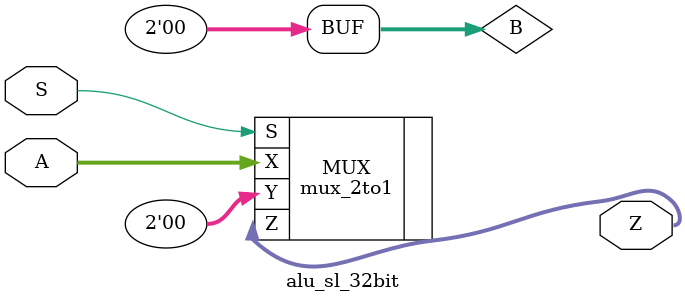
<source format=v>
`timescale 1ns / 1ps
`default_nettype none
module alu_sl_32bit(A, S, Z);

    parameter N = 2;

	//port definitions

	input wire [(N-1):0] A;
	input wire S;
    output wire [(N-1):0] Z;
    wire [(N-1):0] B;

    assign B[N-1:0] = 32'd0;
    
	mux_2to1 #(.N(N)) MUX (.X(A), .Y(B), .S(S), .Z(Z));
endmodule
`default_nettype wire

</source>
